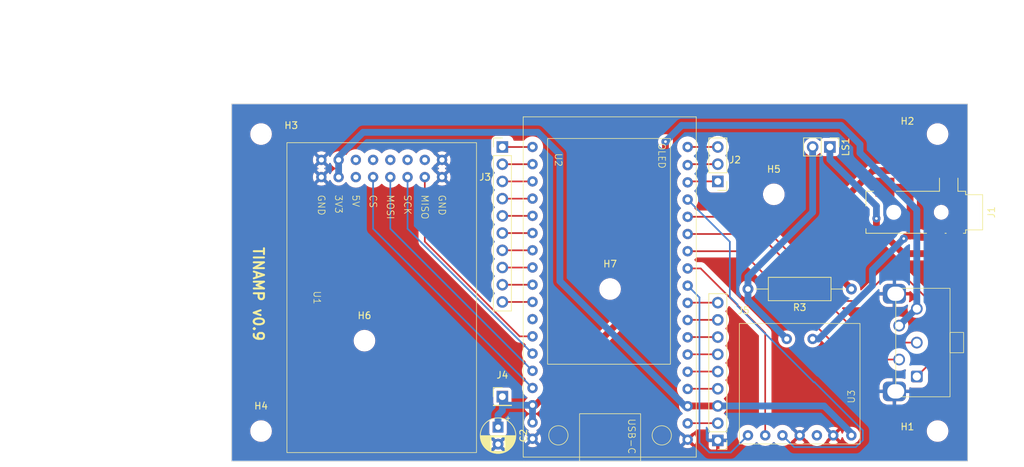
<source format=kicad_pcb>
(kicad_pcb (version 20221018) (generator pcbnew)
  (layers (0 "F.Cu" signal) (31 "B.Cu" signal) (34 "B.Paste" user) (35 "F.Paste" user) (36 "B.SilkS" user "B.Silkscreen") (37 "F.SilkS" user "F.Silkscreen") (38 "B.Mask" user) (39 "F.Mask" user) (44 "Edge.Cuts" user))
  (net 0 "")
  (net 3 "Net-(U3-SP+)")
  (net 4 "Net-(LS1-Pin_1)")
  (net 5 "Net-(LS1-Pin_2)")
  (net 6 "Net-(J2-Pin_1)")
  (net 7 "GND")
  (net 8 "Net-(U2-20)")
  (net 9 "Net-(J2-Pin_2)")
  (net 10 "Net-(J2-Pin_3)")
  (net 12 "Net-(J3-Pin_1)")
  (net 13 "Net-(J3-Pin_2)")
  (net 14 "Net-(J3-Pin_3)")
  (net 15 "Net-(J3-Pin_4)")
  (net 16 "Net-(J3-Pin_5)")
  (net 17 "Net-(J3-Pin_6)")
  (net 18 "Net-(J3-Pin_7)")
  (net 19 "Net-(J3-Pin_8)")
  (net 20 "Net-(J3-Pin_9)")
  (net 21 "Net-(U2-19)")
  (net 22 "Net-(U2-4)")
  (net 23 "Net-(U2-33)")
  (net 24 "Net-(U2-47)")
  (net 25 "Net-(U2-48)")
  (net 26 "Net-(U2-26)")
  (net 29 "Net-(J3-Pin_10)")
  (net 30 "VCC")
  (net 35 "Net-(U2-5)")
  (net 36 "Net-(U2-6)")
  (net 37 "Net-(U2-7)")
  (net 38 "Net-(J5-Pin_2)")
  (net 39 "Net-(J5-Pin_3)")
  (net 40 "Net-(J5-Pin_4)")
  (net 41 "Net-(J1-PadS)")
  (net 42 "Net-(J5-Pin_5)")
  (net 43 "Net-(J5-Pin_6)")
  (net 44 "Net-(J5-Pin_7)")
  (net 45 "Net-(J5-Pin_8)")
  (net 46 "Net-(J5-Pin_9)")
  (footprint "components:MAX98357A_BREAKOUT" (layer "F.Cu") (at 120.015 124.46 90)
    (fp_text reference "U3" (at 6.985 16.51 90 unlocked) (layer "F.SilkS") (effects (font (thickness 0.1))))
    (fp_text value "~")
    (fp_rect (start 0 0) (end 17.78 17.78) (stroke (width 0.1)) (fill none) (layer "F.SilkS"))
    (pad "1" thru_hole circle (at 1.27 1.27 90) (size 1.524 1.524) (drill 0.762) (layers "*.Cu" "*.Mask") (net 8 "Net-(U2-20)"))
    (pad "2" thru_hole circle (at 1.27 3.81 90) (size 1.524 1.524) (drill 0.762) (layers "*.Cu" "*.Mask") (net 21 "Net-(U2-19)"))
    (pad "3" thru_hole circle (at 1.27 6.35 90) (size 1.524 1.524) (drill 0.762) (layers "*.Cu" "*.Mask") (net 22 "Net-(U2-4)"))
    (pad "4" thru_hole circle (at 1.27 8.89 90) (size 1.524 1.524) (drill 0.762) (layers "*.Cu" "*.Mask") (net 7 "GND"))
    (pad "5" thru_hole circle (at 1.27 11.43 90) (size 1.524 1.524) (drill 0.762) (layers "*.Cu" "*.Mask"))
    (pad "6" thru_hole circle (at 1.27 13.843 90) (size 1.524 1.524) (drill 0.762) (layers "*.Cu" "*.Mask") (net 7 "GND"))
    (pad "7" thru_hole circle (at 1.27 16.51 90) (size 1.524 1.524) (drill 0.762) (layers "*.Cu" "*.Mask") (net 39 "Net-(J5-Pin_3)"))
    (pad "8" thru_hole circle (at 15.494 6.985 90) (size 1.524 1.524) (drill 0.762) (layers "*.Cu" "*.Mask") (net 5 "Net-(LS1-Pin_2)"))
    (pad "9" thru_hole circle (at 15.494 10.795 90) (size 1.524 1.524) (drill 0.762) (layers "*.Cu" "*.Mask") (net 3 "Net-(U3-SP+)"))
  )
  (footprint "MountingHole:MountingHole_2.7mm" (layer "F.Cu") (at 125.095 87.63)
    (fp_text reference "H5" (at 0 -3.7) (layer "F.SilkS"))
    (fp_text value "MountingHole")
    (pad "" np_thru_hole circle (at 0 0) (size 2.7 2.7) (drill 2.7) (layers "*.Cu" "*.Mask"))
  )
  (footprint "Connector_Audio:Jack_3.5mm_CUI_SJ2-3593D-SMT_Horizontal" (layer "F.Cu") (at 147.265 90.28 -90)
    (fp_text reference "J1" (at 0 -9.9 90) (layer "F.SilkS"))
    (fp_text value "AudioJack3_SwitchTR")
    (fp_line (start -3.1 -6.1) (end -2.6 -6.1) (stroke (width 0.12)) (layer "F.SilkS"))
    (fp_line (start -3.1 -4.96) (end -5.04 -4.96) (stroke (width 0.12)) (layer "F.SilkS"))
    (fp_line (start -3.1 -4.96) (end -3.1 -6.1) (stroke (width 0.12)) (layer "F.SilkS"))
    (fp_line (start -3.1 -2.24) (end -5.04 -2.24) (stroke (width 0.12)) (layer "F.SilkS"))
    (fp_line (start -3.1 4.14) (end -3.1 -2.24) (stroke (width 0.12)) (layer "F.SilkS"))
    (fp_line (start -3.1 8.6) (end -3.1 7.46) (stroke (width 0.12)) (layer "F.SilkS"))
    (fp_line (start -2.6 -8.6) (end 2.6 -8.6) (stroke (width 0.12)) (layer "F.SilkS"))
    (fp_line (start -2.6 -6.1) (end -2.6 -8.6) (stroke (width 0.12)) (layer "F.SilkS"))
    (fp_line (start -0.91 8.6) (end -3.1 8.6) (stroke (width 0.12)) (layer "F.SilkS"))
    (fp_line (start 2.6 -8.6) (end 2.6 -6.1) (stroke (width 0.12)) (layer "F.SilkS"))
    (fp_line (start 2.6 -6.1) (end 3.1 -6.1) (stroke (width 0.12)) (layer "F.SilkS"))
    (fp_line (start 3.1 -6.1) (end 3.1 -5.76) (stroke (width 0.12)) (layer "F.SilkS"))
    (fp_line (start 3.1 -3.24) (end 3.1 -3.06) (stroke (width 0.12)) (layer "F.SilkS"))
    (fp_line (start 3.1 -0.34) (end 3.1 8.6) (stroke (width 0.12)) (layer "F.SilkS"))
    (fp_line (start 3.1 8.6) (end 2.41 8.6) (stroke (width 0.12)) (layer "F.SilkS"))
    (pad "" np_thru_hole circle (at 0 -2.5 270) (size 1.7 1.7) (drill 1.7) (layers "*.Cu" "*.Mask"))
    (pad "" np_thru_hole circle (at 0 4.5 270) (size 1.7 1.7) (drill 1.7) (layers "*.Cu" "*.Mask"))
    (pad "R" smd rect (at 3.7 -1.7 270) (size 2.8 2.2) (layers "F.Cu" "F.Paste" "F.Mask") (net 3 "Net-(U3-SP+)"))
    (pad "RN" smd rect (at 3.7 -4.5 270) (size 2.8 2) (layers "F.Cu" "F.Paste" "F.Mask") (net 4 "Net-(LS1-Pin_1)"))
    (pad "S" smd rect (at -3.7 -3.6 270) (size 2.8 2.2) (layers "F.Cu" "F.Paste" "F.Mask") (net 41 "Net-(J1-PadS)"))
    (pad "T" smd rect (at -3.7 5.8 270) (size 2.8 2.8) (layers "F.Cu" "F.Paste" "F.Mask") (net 3 "Net-(U3-SP+)"))
    (pad "TN" smd rect (at 0.75 9.8 270) (size 2.8 2.6) (layers "F.Cu" "F.Paste" "F.Mask"))
  )
  (footprint "MountingHole:MountingHole_2.7mm" (layer "F.Cu") (at 64.77 109.22)
    (fp_text reference "H6" (at 0 -3.7) (layer "F.SilkS"))
    (fp_text value "MountingHole")
    (pad "" np_thru_hole circle (at 0 0) (size 2.7 2.7) (drill 2.7) (layers "*.Cu" "*.Mask"))
  )
  (footprint "Connector_PinHeader_2.54mm:PinHeader_1x01_P2.54mm_Vertical" (layer "F.Cu") (at 85.09 117.475)
    (fp_text reference "J4" (at 0 -3.175) (layer "F.SilkS"))
    (fp_text value "Conn_01x01_Pin" hide)
    (fp_line (start -1.33 -1.33) (end 0 -1.33) (stroke (width 0.12)) (layer "F.SilkS"))
    (fp_line (start -1.33 0) (end -1.33 -1.33) (stroke (width 0.12)) (layer "F.SilkS"))
    (fp_line (start -1.33 1.27) (end -1.33 1.33) (stroke (width 0.12)) (layer "F.SilkS"))
    (fp_line (start -1.33 1.27) (end 1.33 1.27) (stroke (width 0.12)) (layer "F.SilkS"))
    (fp_line (start -1.33 1.33) (end 1.33 1.33) (stroke (width 0.12)) (layer "F.SilkS"))
    (fp_line (start 1.33 1.27) (end 1.33 1.33) (stroke (width 0.12)) (layer "F.SilkS"))
    (pad "1" thru_hole rect (at 0 0) (size 1.7 1.7) (drill 1) (layers "*.Cu" "*.Mask") (net 30 "VCC"))
  )
  (footprint "components:PEC16" (layer "F.Cu") (at 153.225 118.6075)
    (fp_text reference "U4" hide)
    (fp_text value "~")
    (fp_rect (start -10.16 -17.105) (end -2.16 -1.105) (stroke (width 0.1)) (fill none) (layer "F.SilkS"))
    (fp_rect (start -2.16 -10.605) (end -0.16 -7.605) (stroke (width 0.1)) (fill none) (layer "F.SilkS"))
    (pad "A" thru_hole roundrect (at -7.06 -4.105 90) (size 1.724 1.724) (drill 1.2) (layers "*.Cu" "*.Mask") (roundrect_rratio 0.1640419948) (net 35 "Net-(U2-5)"))
    (pad "B" thru_hole circle (at -7.06 -9.105 90) (size 1.724 1.724) (drill 1.2) (layers "*.Cu" "*.Mask") (net 36 "Net-(U2-6)"))
    (pad "C" thru_hole circle (at -7.06 -14.105 90) (size 1.724 1.724) (drill 1.2) (layers "*.Cu" "*.Mask") (net 30 "VCC"))
    (pad "S1" thru_hole circle (at -9.66 -6.605 90) (size 1.724 1.724) (drill 1.2) (layers "*.Cu" "*.Mask") (net 37 "Net-(U2-7)"))
    (pad "S2" thru_hole circle (at -9.66 -11.605 90) (size 1.724 1.724) (drill 1.2) (layers "*.Cu" "*.Mask") (net 30 "VCC"))
    (pad "SH" thru_hole roundrect (at -10.16 -16.305 180) (size 3.4 2.9) (drill oval 2.5 2.1 (offset 0.2 0)) (layers "*.Cu" "*.Mask") (net 7 "GND"))
    (pad "SH" thru_hole roundrect (at -10.16 -1.905 180) (size 3.4 2.9) (drill oval 2.5 2.1 (offset 0.2 0)) (layers "*.Cu" "*.Mask") (net 7 "GND"))
  )
  (footprint "Connector_PinHeader_2.54mm:PinHeader_1x02_P2.54mm_Vertical" (layer "F.Cu") (at 133.355 80.645 -90)
    (fp_text reference "LS1" (at 0 -2.33 90) (layer "F.SilkS"))
    (fp_text value "Speaker")
    (fp_line (start -1.33 -1.33) (end 0 -1.33) (stroke (width 0.12)) (layer "F.SilkS"))
    (fp_line (start -1.33 0) (end -1.33 -1.33) (stroke (width 0.12)) (layer "F.SilkS"))
    (fp_line (start -1.33 1.27) (end -1.33 3.87) (stroke (width 0.12)) (layer "F.SilkS"))
    (fp_line (start -1.33 1.27) (end 1.33 1.27) (stroke (width 0.12)) (layer "F.SilkS"))
    (fp_line (start -1.33 3.87) (end 1.33 3.87) (stroke (width 0.12)) (layer "F.SilkS"))
    (fp_line (start 1.33 1.27) (end 1.33 3.87) (stroke (width 0.12)) (layer "F.SilkS"))
    (pad "1" thru_hole rect (at 0 0 270) (size 1.7 1.7) (drill 1) (layers "*.Cu" "*.Mask") (net 4 "Net-(LS1-Pin_1)"))
    (pad "2" thru_hole oval (at 0 2.54 270) (size 1.7 1.7) (drill 1) (layers "*.Cu" "*.Mask") (net 5 "Net-(LS1-Pin_2)"))
  )
  (footprint "MountingHole:MountingHole_2.7mm" (layer "F.Cu") (at 100.965 101.6)
    (fp_text reference "H7" (at 0 -3.7) (layer "F.SilkS"))
    (fp_text value "MountingHole")
    (pad "" np_thru_hole circle (at 0 0) (size 2.7 2.7) (drill 2.7) (layers "*.Cu" "*.Mask"))
  )
  (footprint "Resistor_THT:R_Axial_DIN0309_L9.0mm_D3.2mm_P15.24mm_Horizontal" (layer "F.Cu") (at 136.525 101.6 180)
    (fp_text reference "R3" (at 7.62 -2.72) (layer "F.SilkS"))
    (fp_text value "120")
    (fp_line (start 1.04 0) (end 3 0) (stroke (width 0.12)) (layer "F.SilkS"))
    (fp_line (start 3 -1.72) (end 3 1.72) (stroke (width 0.12)) (layer "F.SilkS"))
    (fp_line (start 3 1.72) (end 12.24 1.72) (stroke (width 0.12)) (layer "F.SilkS"))
    (fp_line (start 12.24 -1.72) (end 3 -1.72) (stroke (width 0.12)) (layer "F.SilkS"))
    (fp_line (start 12.24 1.72) (end 12.24 -1.72) (stroke (width 0.12)) (layer "F.SilkS"))
    (fp_line (start 14.2 0) (end 12.24 0) (stroke (width 0.12)) (layer "F.SilkS"))
    (pad "1" thru_hole circle (at 0 0 180) (size 1.6 1.6) (drill 0.8) (layers "*.Cu" "*.Mask") (net 41 "Net-(J1-PadS)"))
    (pad "2" thru_hole oval (at 15.24 0 180) (size 1.6 1.6) (drill 0.8) (layers "*.Cu" "*.Mask") (net 5 "Net-(LS1-Pin_2)"))
  )
  (footprint "MountingHole:MountingHole_2.7mm" (layer "F.Cu") (at 149.225 78.74)
    (fp_text reference "H2" (at -4.445 -1.905) (layer "F.SilkS"))
    (fp_text value "MountingHole")
    (pad "" np_thru_hole circle (at 0 0) (size 2.7 2.7) (drill 2.7) (layers "*.Cu" "*.Mask"))
  )
  (footprint "components:Heltec WiFi Kit32 V3" (layer "F.Cu") (at 113.665 76.2 -90)
    (fp_text reference "U2" (at 6.35 20.32 -90 unlocked) (layer "F.SilkS") (effects (font (thickness 0.1))))
    (fp_text value "~")
    (fp_text user "USB-C" (at 44.45 9.525 -90 unlocked) (layer "F.SilkS") (effects (font (thickness 0.1)) (justify left)))
    (fp_text user "OLED" (at 3.81 5.08 -90 unlocked) (layer "F.SilkS") (effects (font (thickness 0.1)) (justify left)))
    (fp_line (start 0 0) (end 0 25.5) (stroke (width 0.1)) (layer "F.SilkS"))
    (fp_line (start 0 0) (end 50.2 0) (stroke (width 0.1)) (layer "F.SilkS"))
    (fp_line (start 0 25.5) (end 50.2 25.5) (stroke (width 0.1)) (layer "F.SilkS"))
    (fp_line (start 50.2 25.5) (end 50.2 0) (stroke (width 0.1)) (layer "F.SilkS"))
    (fp_line (start 50.8 25.4) (end 50.8 25.4) (stroke (width 0.1)) (layer "F.SilkS"))
    (fp_rect (start 3.2 3.81) (end 36.5 21.91) (stroke (width 0.1)) (fill none) (layer "F.SilkS"))
    (fp_rect (start 21.59 -48.26) (end 21.59 -48.26) (stroke (width 0.1)) (fill none) (layer "F.SilkS"))
    (fp_rect (start 43.8 17.2) (end 50.8 8.2) (stroke (width 0.1)) (fill none) (layer "F.SilkS"))
    (fp_circle (center 46.99 5.08) (end 48.26 5.715) (stroke (width 0.1)) (fill none) (layer "F.SilkS"))
    (fp_circle (center 46.99 20.32) (end 48.26 20.955) (stroke (width 0.1)) (fill none) (layer "F.SilkS"))
    (pad "J2_1" thru_hole circle (at 47.625 1.27 270) (size 1.524 1.524) (drill 0.762) (layers "*.Cu" "*.Mask") (net 7 "GND"))
    (pad "J2_2" thru_hole circle (at 45.225 1.27 270) (size 1.524 1.524) (drill 0.762) (layers "*.Cu" "*.Mask") (net 38 "Net-(J5-Pin_2)"))
    (pad "J2_3" thru_hole circle (at 42.685 1.27 270) (size 1.524 1.524) (drill 0.762) (layers "*.Cu" "*.Mask") (net 39 "Net-(J5-Pin_3)"))
    (pad "J2_4" thru_hole circle (at 40.145 1.27 270) (size 1.524 1.524) (drill 0.762) (layers "*.Cu" "*.Mask") (net 40 "Net-(J5-Pin_4)"))
    (pad "J2_5" thru_hole circle (at 37.605 1.27 270) (size 1.524 1.524) (drill 0.762) (layers "*.Cu" "*.Mask") (net 42 "Net-(J5-Pin_5)"))
    (pad "J2_6" thru_hole circle (at 35.065 1.27 270) (size 1.524 1.524) (drill 0.762) (layers "*.Cu" "*.Mask") (net 43 "Net-(J5-Pin_6)"))
    (pad "J2_7" thru_hole circle (at 32.525 1.27 270) (size 1.524 1.524) (drill 0.762) (layers "*.Cu" "*.Mask") (net 44 "Net-(J5-Pin_7)"))
    (pad "J2_8" thru_hole circle (at 29.985 1.27 270) (size 1.524 1.524) (drill 0.762) (layers "*.Cu" "*.Mask") (net 45 "Net-(J5-Pin_8)"))
    (pad "J2_9" thru_hole circle (at 27.445 1.27 270) (size 1.524 1.524) (drill 0.762) (layers "*.Cu" "*.Mask") (net 46 "Net-(J5-Pin_9)"))
    (pad "J2_10" thru_hole circle (at 24.905 1.27 270) (size 1.524 1.524) (drill 0.762) (layers "*.Cu" "*.Mask") (net 8 "Net-(U2-20)"))
    (pad "J2_11" thru_hole circle (at 22.365 1.27 270) (size 1.524 1.524) (drill 0.762) (layers "*.Cu" "*.Mask") (net 21 "Net-(U2-19)"))
    (pad "J2_12" thru_hole circle (at 19.825 1.27 270) (size 1.524 1.524) (drill 0.762) (layers "*.Cu" "*.Mask") (net 37 "Net-(U2-7)"))
    (pad "J2_13" thru_hole circle (at 17.285 1.27 270) (size 1.524 1.524) (drill 0.762) (layers "*.Cu" "*.Mask") (net 36 "Net-(U2-6)"))
    (pad "J2_14" thru_hole circle (at 14.745 1.27 270) (size 1.524 1.524) (drill 0.762) (layers "*.Cu" "*.Mask") (net 35 "Net-(U2-5)"))
    (pad "J2_15" thru_hole circle (at 12.205 1.27 270) (size 1.524 1.524) (drill 0.762) (layers "*.Cu" "*.Mask") (net 22 "Net-(U2-4)"))
    (pad "J2_16" thru_hole circle (at 9.665 1.27 270) (size 1.524 1.524) (drill 0.762) (layers "*.Cu" "*.Mask") (net 6 "Net-(J2-Pin_1)"))
    (pad "J2_17" thru_hole circle (at 7.125 1.27 270) (size 1.524 1.524) (drill 0.762) (layers "*.Cu" "*.Mask") (net 9 "Net-(J2-Pin_2)"))
    (pad "J2_18" thru_hole circle (at 4.445 1.27 270) (size 1.524 1.524) (drill 0.762) (layers "*.Cu" "*.Mask") (net 10 "Net-(J2-Pin_3)"))
    (pad "J3_1" thru_hole circle (at 47.485 24.13 270) (size 1.524 1.524) (drill 0.762) (layers "*.Cu" "*.Mask") (net 7 "GND"))
    (pad "J3_2" thru_hole circle (at 45.085 24.13 270) (size 1.524 1.524) (drill 0.762) (layers "*.Cu" "*.Mask") (net 30 "VCC"))
    (pad "J3_3" thru_hole circle (at 42.545 24.13 270) (size 1.524 1.524) (drill 0.762) (layers "*.Cu" "*.Mask") (net 30 "VCC"))
    (pad "J3_4" thru_hole circle (at 40.005 24.13 270) (size 1.524 1.524) (drill 0.762) (layers "*.Cu" "*.Mask") (net 26 "Net-(U2-26)"))
    (pad "J3_5" thru_hole circle (at 37.465 24.13 270) (size 1.524 1.524) (drill 0.762) (layers "*.Cu" "*.Mask") (net 25 "Net-(U2-48)"))
    (pad "J3_6" thru_hole circle (at 34.925 24.13 270) (size 1.524 1.524) (drill 0.762) (layers "*.Cu" "*.Mask") (net 24 "Net-(U2-47)"))
    (pad "J3_7" thru_hole circle (at 32.385 24.13 270) (size 1.524 1.524) (drill 0.762) (layers "*.Cu" "*.Mask") (net 23 "Net-(U2-33)"))
    (pad "J3_8" thru_hole circle (at 29.845 24.13 270) (size 1.524 1.524) (drill 0.762) (layers "*.Cu" "*.Mask"))
    (pad "J3_9" thru_hole circle (at 27.305 24.13 270) (size 1.524 1.524) (drill 0.762) (layers "*.Cu" "*.Mask") (net 29 "Net-(J3-Pin_10)"))
    (pad "J3_10" thru_hole circle (at 24.765 24.13 270) (size 1.524 1.524) (drill 0.762) (layers "*.Cu" "*.Mask") (net 20 "Net-(J3-Pin_9)"))
    (pad "J3_11" thru_hole circle (at 22.225 24.13 270) (size 1.524 1.524) (drill 0.762) (layers "*.Cu" "*.Mask") (net 19 "Net-(J3-Pin_8)"))
    (pad "J3_12" thru_hole circle (at 19.685 24.13 270) (size 1.524 1.524) (drill 0.762) (layers "*.Cu" "*.Mask") (net 18 "Net-(J3-Pin_7)"))
    (pad "J3_13" thru_hole circle (at 17.145 24.13 270) (size 1.524 1.524) (drill 0.762) (layers "*.Cu" "*.Mask") (net 17 "Net-(J3-Pin_6)"))
    (pad "J3_14" thru_hole circle (at 14.605 24.13 270) (size 1.524 1.524) (drill 0.762) (layers "*.Cu" "*.Mask") (net 16 "Net-(J3-Pin_5)"))
    (pad "J3_15" thru_hole circle (at 12.065 24.13 270) (size 1.524 1.524) (drill 0.762) (layers "*.Cu" "*.Mask") (net 15 "Net-(J3-Pin_4)"))
    (pad "J3_16" thru_hole circle (at 9.525 24.13 270) (size 1.524 1.524) (drill 0.762) (layers "*.Cu" "*.Mask") (net 14 "Net-(J3-Pin_3)"))
    (pad "J3_17" thru_hole circle (at 6.985 24.13 270) (size 1.524 1.524) (drill 0.762) (layers "*.Cu" "*.Mask") (net 13 "Net-(J3-Pin_2)"))
    (pad "J3_18" thru_hole circle (at 4.445 24.13 270) (size 1.524 1.524) (drill 0.762) (layers "*.Cu" "*.Mask") (net 12 "Net-(J3-Pin_1)"))
  )
  (footprint "Capacitor_THT:CP_Radial_D5.0mm_P2.50mm" (layer "F.Cu") (at 84.455 121.9849 -90)
    (fp_text reference "C2" (at 1.25 -3.75 90) (layer "F.SilkS"))
    (fp_text value "22µF tantal")
    (fp_line (start -1.554775 -1.475) (end -1.054775 -1.475) (stroke (width 0.12)) (layer "F.SilkS"))
    (fp_line (start -1.304775 -1.725) (end -1.304775 -1.225) (stroke (width 0.12)) (layer "F.SilkS"))
    (fp_line (start 1.25 -2.58) (end 1.25 2.58) (stroke (width 0.12)) (layer "F.SilkS"))
    (fp_line (start 1.29 -2.58) (end 1.29 2.58) (stroke (width 0.12)) (layer "F.SilkS"))
    (fp_line (start 1.33 -2.579) (end 1.33 2.579) (stroke (width 0.12)) (layer "F.SilkS"))
    (fp_line (start 1.37 -2.578) (end 1.37 2.578) (stroke (width 0.12)) (layer "F.SilkS"))
    (fp_line (start 1.41 -2.576) (end 1.41 2.576) (stroke (width 0.12)) (layer "F.SilkS"))
    (fp_line (start 1.45 -2.573) (end 1.45 2.573) (stroke (width 0.12)) (layer "F.SilkS"))
    (fp_line (start 1.49 -2.569) (end 1.49 -1.04) (stroke (width 0.12)) (layer "F.SilkS"))
    (fp_line (start 1.49 1.04) (end 1.49 2.569) (stroke (width 0.12)) (layer "F.SilkS"))
    (fp_line (start 1.53 -2.565) (end 1.53 -1.04) (stroke (width 0.12)) (layer "F.SilkS"))
    (fp_line (start 1.53 1.04) (end 1.53 2.565) (stroke (width 0.12)) (layer "F.SilkS"))
    (fp_line (start 1.57 -2.561) (end 1.57 -1.04) (stroke (width 0.12)) (layer "F.SilkS"))
    (fp_line (start 1.57 1.04) (end 1.57 2.561) (stroke (width 0.12)) (layer "F.SilkS"))
    (fp_line (start 1.61 -2.556) (end 1.61 -1.04) (stroke (width 0.12)) (layer "F.SilkS"))
    (fp_line (start 1.61 1.04) (end 1.61 2.556) (stroke (width 0.12)) (layer "F.SilkS"))
    (fp_line (start 1.65 -2.55) (end 1.65 -1.04) (stroke (width 0.12)) (layer "F.SilkS"))
    (fp_line (start 1.65 1.04) (end 1.65 2.55) (stroke (width 0.12)) (layer "F.SilkS"))
    (fp_line (start 1.69 -2.543) (end 1.69 -1.04) (stroke (width 0.12)) (layer "F.SilkS"))
    (fp_line (start 1.69 1.04) (end 1.69 2.543) (stroke (width 0.12)) (layer "F.SilkS"))
    (fp_line (start 1.73 -2.536) (end 1.73 -1.04) (stroke (width 0.12)) (layer "F.SilkS"))
    (fp_line (start 1.73 1.04) (end 1.73 2.536) (stroke (width 0.12)) (layer "F.SilkS"))
    (fp_line (start 1.77 -2.528) (end 1.77 -1.04) (stroke (width 0.12)) (layer "F.SilkS"))
    (fp_line (start 1.77 1.04) (end 1.77 2.528) (stroke (width 0.12)) (layer "F.SilkS"))
    (fp_line (start 1.81 -2.52) (end 1.81 -1.04) (stroke (width 0.12)) (layer "F.SilkS"))
    (fp_line (start 1.81 1.04) (end 1.81 2.52) (stroke (width 0.12)) (layer "F.SilkS"))
    (fp_line (start 1.85 -2.511) (end 1.85 -1.04) (stroke (width 0.12)) (layer "F.SilkS"))
    (fp_line (start 1.85 1.04) (end 1.85 2.511) (stroke (width 0.12)) (layer "F.SilkS"))
    (fp_line (start 1.89 -2.501) (end 1.89 -1.04) (stroke (width 0.12)) (layer "F.SilkS"))
    (fp_line (start 1.89 1.04) (end 1.89 2.501) (stroke (width 0.12)) (layer "F.SilkS"))
    (fp_line (start 1.93 -2.491) (end 1.93 -1.04) (stroke (width 0.12)) (layer "F.SilkS"))
    (fp_line (start 1.93 1.04) (end 1.93 2.491) (stroke (width 0.12)) (layer "F.SilkS"))
    (fp_line (start 1.971 -2.48) (end 1.971 -1.04) (stroke (width 0.12)) (layer "F.SilkS"))
    (fp_line (start 1.971 1.04) (end 1.971 2.48) (stroke (width 0.12)) (layer "F.SilkS"))
    (fp_line (start 2.011 -2.468) (end 2.011 -1.04) (stroke (width 0.12)) (layer "F.SilkS"))
    (fp_line (start 2.011 1.04) (end 2.011 2.468) (stroke (width 0.12)) (layer "F.SilkS"))
    (fp_line (start 2.051 -2.455) (end 2.051 -1.04) (stroke (width 0.12)) (layer "F.SilkS"))
    (fp_line (start 2.051 1.04) (end 2.051 2.455) (stroke (width 0.12)) (layer "F.SilkS"))
    (fp_line (start 2.091 -2.442) (end 2.091 -1.04) (stroke (width 0.12)) (layer "F.SilkS"))
    (fp_line (start 2.091 1.04) (end 2.091 2.442) (stroke (width 0.12)) (layer "F.SilkS"))
    (fp_line (start 2.131 -2.428) (end 2.131 -1.04) (stroke (width 0.12)) (layer "F.SilkS"))
    (fp_line (start 2.131 1.04) (end 2.131 2.428) (stroke (width 0.12)) (layer "F.SilkS"))
    (fp_line (start 2.171 -2.414) (end 2.171 -1.04) (stroke (width 0.12)) (layer "F.SilkS"))
    (fp_line (start 2.171 1.04) (end 2.171 2.414) (stroke (width 0.12)) (layer "F.SilkS"))
    (fp_line (start 2.211 -2.398) (end 2.211 -1.04) (stroke (width 0.12)) (layer "F.SilkS"))
    (fp_line (start 2.211 1.04) (end 2.211 2.398) (stroke (width 0.12)) (layer "F.SilkS"))
    (fp_line (start 2.251 -2.382) (end 2.251 -1.04) (stroke (width 0.12)) (layer "F.SilkS"))
    (fp_line (start 2.251 1.04) (end 2.251 2.382) (stroke (width 0.12)) (layer "F.SilkS"))
    (fp_line (start 2.291 -2.365) (end 2.291 -1.04) (stroke (width 0.12)) (layer "F.SilkS"))
    (fp_line (start 2.291 1.04) (end 2.291 2.365) (stroke (width 0.12)) (layer "F.SilkS"))
    (fp_line (start 2.331 -2.348) (end 2.331 -1.04) (stroke (width 0.12)) (layer "F.SilkS"))
    (fp_line (start 2.331 1.04) (end 2.331 2.348) (stroke (width 0.12)) (layer "F.SilkS"))
    (fp_line (start 2.371 -2.329) (end 2.371 -1.04) (stroke (width 0.12)) (layer "F.SilkS"))
    (fp_line (start 2.371 1.04) (end 2.371 2.329) (stroke (width 0.12)) (layer "F.SilkS"))
    (fp_line (start 2.411 -2.31) (end 2.411 -1.04) (stroke (width 0.12)) (layer "F.SilkS"))
    (fp_line (start 2.411 1.04) (end 2.411 2.31) (stroke (width 0.12)) (layer "F.SilkS"))
    (fp_line (start 2.451 -2.29) (end 2.451 -1.04) (stroke (width 0.12)) (layer "F.SilkS"))
    (fp_line (start 2.451 1.04) (end 2.451 2.29) (stroke (width 0.12)) (layer "F.SilkS"))
    (fp_line (start 2.491 -2.268) (end 2.491 -1.04) (stroke (width 0.12)) (layer "F.SilkS"))
    (fp_line (start 2.491 1.04) (end 2.491 2.268) (stroke (width 0.12)) (layer "F.SilkS"))
    (fp_line (start 2.531 -2.247) (end 2.531 -1.04) (stroke (width 0.12)) (layer "F.SilkS"))
    (fp_line (start 2.531 1.04) (end 2.531 2.247) (stroke (width 0.12)) (layer "F.SilkS"))
    (fp_line (start 2.571 -2.224) (end 2.571 -1.04) (stroke (width 0.12)) (layer "F.SilkS"))
    (fp_line (start 2.571 1.04) (end 2.571 2.224) (stroke (width 0.12)) (layer "F.SilkS"))
    (fp_line (start 2.611 -2.2) (end 2.611 -1.04) (stroke (width 0.12)) (layer "F.SilkS"))
    (fp_line (start 2.611 1.04) (end 2.611 2.2) (stroke (width 0.12)) (layer "F.SilkS"))
    (fp_line (start 2.651 -2.175) (end 2.651 -1.04) (stroke (width 0.12)) (layer "F.SilkS"))
    (fp_line (start 2.651 1.04) (end 2.651 2.175) (stroke (width 0.12)) (layer "F.SilkS"))
    (fp_line (start 2.691 -2.149) (end 2.691 -1.04) (stroke (width 0.12)) (layer "F.SilkS"))
    (fp_line (start 2.691 1.04) (end 2.691 2.149) (stroke (width 0.12)) (layer "F.SilkS"))
    (fp_line (start 2.731 -2.122) (end 2.731 -1.04) (stroke (width 0.12)) (layer "F.SilkS"))
    (fp_line (start 2.731 1.04) (end 2.731 2.122) (stroke (width 0.12)) (layer "F.SilkS"))
    (fp_line (start 2.771 -2.095) (end 2.771 -1.04) (stroke (width 0.12)) (layer "F.SilkS"))
    (fp_line (start 2.771 1.04) (end 2.771 2.095) (stroke (width 0.12)) (layer "F.SilkS"))
    (fp_line (start 2.811 -2.065) (end 2.811 -1.04) (stroke (width 0.12)) (layer "F.SilkS"))
    (fp_line (start 2.811 1.04) (end 2.811 2.065) (stroke (width 0.12)) (layer "F.SilkS"))
    (fp_line (start 2.851 -2.035) (end 2.851 -1.04) (stroke (width 0.12)) (layer "F.SilkS"))
    (fp_line (start 2.851 1.04) (end 2.851 2.035) (stroke (width 0.12)) (layer "F.SilkS"))
    (fp_line (start 2.891 -2.004) (end 2.891 -1.04) (stroke (width 0.12)) (layer "F.SilkS"))
    (fp_line (start 2.891 1.04) (end 2.891 2.004) (stroke (width 0.12)) (layer "F.SilkS"))
    (fp_line (start 2.931 -1.971) (end 2.931 -1.04) (stroke (width 0.12)) (layer "F.SilkS"))
    (fp_line (start 2.931 1.04) (end 2.931 1.971) (stroke (width 0.12)) (layer "F.SilkS"))
    (fp_line (start 2.971 -1.937) (end 2.971 -1.04) (stroke (width 0.12)) (layer "F.SilkS"))
    (fp_line (start 2.971 1.04) (end 2.971 1.937) (stroke (width 0.12)) (layer "F.SilkS"))
    (fp_line (start 3.011 -1.901) (end 3.011 -1.04) (stroke (width 0.12)) (layer "F.SilkS"))
    (fp_line (start 3.011 1.04) (end 3.011 1.901) (stroke (width 0.12)) (layer "F.SilkS"))
    (fp_line (start 3.051 -1.864) (end 3.051 -1.04) (stroke (width 0.12)) (layer "F.SilkS"))
    (fp_line (start 3.051 1.04) (end 3.051 1.864) (stroke (width 0.12)) (layer "F.SilkS"))
    (fp_line (start 3.091 -1.826) (end 3.091 -1.04) (stroke (width 0.12)) (layer "F.SilkS"))
    (fp_line (start 3.091 1.04) (end 3.091 1.826) (stroke (width 0.12)) (layer "F.SilkS"))
    (fp_line (start 3.131 -1.785) (end 3.131 -1.04) (stroke (width 0.12)) (layer "F.SilkS"))
    (fp_line (start 3.131 1.04) (end 3.131 1.785) (stroke (width 0.12)) (layer "F.SilkS"))
    (fp_line (start 3.171 -1.743) (end 3.171 -1.04) (stroke (width 0.12)) (layer "F.SilkS"))
    (fp_line (start 3.171 1.04) (end 3.171 1.743) (stroke (width 0.12)) (layer "F.SilkS"))
    (fp_line (start 3.211 -1.699) (end 3.211 -1.04) (stroke (width 0.12)) (layer "F.SilkS"))
    (fp_line (start 3.211 1.04) (end 3.211 1.699) (stroke (width 0.12)) (layer "F.SilkS"))
    (fp_line (start 3.251 -1.653) (end 3.251 -1.04) (stroke (width 0.12)) (layer "F.SilkS"))
    (fp_line (start 3.251 1.04) (end 3.251 1.653) (stroke (width 0.12)) (layer "F.SilkS"))
    (fp_line (start 3.291 -1.605) (end 3.291 -1.04) (stroke (width 0.12)) (layer "F.SilkS"))
    (fp_line (start 3.291 1.04) (end 3.291 1.605) (stroke (width 0.12)) (layer "F.SilkS"))
    (fp_line (start 3.331 -1.554) (end 3.331 -1.04) (stroke (width 0.12)) (layer "F.SilkS"))
    (fp_line (start 3.331 1.04) (end 3.331 1.554) (stroke (width 0.12)) (layer "F.SilkS"))
    (fp_line (start 3.371 -1.5) (end 3.371 -1.04) (stroke (width 0.12)) (layer "F.SilkS"))
    (fp_line (start 3.371 1.04) (end 3.371 1.5) (stroke (width 0.12)) (layer "F.SilkS"))
    (fp_line (start 3.411 -1.443) (end 3.411 -1.04) (stroke (width 0.12)) (layer "F.SilkS"))
    (fp_line (start 3.411 1.04) (end 3.411 1.443) (stroke (width 0.12)) (layer "F.SilkS"))
    (fp_line (start 3.451 -1.383) (end 3.451 -1.04) (stroke (width 0.12)) (layer "F.SilkS"))
    (fp_line (start 3.451 1.04) (end 3.451 1.383) (stroke (width 0.12)) (layer "F.SilkS"))
    (fp_line (start 3.491 -1.319) (end 3.491 -1.04) (stroke (width 0.12)) (layer "F.SilkS"))
    (fp_line (start 3.491 1.04) (end 3.491 1.319) (stroke (width 0.12)) (layer "F.SilkS"))
    (fp_line (start 3.531 -1.251) (end 3.531 -1.04) (stroke (width 0.12)) (layer "F.SilkS"))
    (fp_line (start 3.531 1.04) (end 3.531 1.251) (stroke (width 0.12)) (layer "F.SilkS"))
    (fp_line (start 3.571 -1.178) (end 3.571 1.178) (stroke (width 0.12)) (layer "F.SilkS"))
    (fp_line (start 3.611 -1.098) (end 3.611 1.098) (stroke (width 0.12)) (layer "F.SilkS"))
    (fp_line (start 3.651 -1.011) (end 3.651 1.011) (stroke (width 0.12)) (layer "F.SilkS"))
    (fp_line (start 3.691 -0.915) (end 3.691 0.915) (stroke (width 0.12)) (layer "F.SilkS"))
    (fp_line (start 3.731 -0.805) (end 3.731 0.805) (stroke (width 0.12)) (layer "F.SilkS"))
    (fp_line (start 3.771 -0.677) (end 3.771 0.677) (stroke (width 0.12)) (layer "F.SilkS"))
    (fp_line (start 3.811 -0.518) (end 3.811 0.518) (stroke (width 0.12)) (layer "F.SilkS"))
    (fp_line (start 3.851 -0.284) (end 3.851 0.284) (stroke (width 0.12)) (layer "F.SilkS"))
    (fp_circle (center 1.25 0) (end 3.87 0) (stroke (width 0.12)) (fill none) (layer "F.SilkS"))
    (pad "1" thru_hole rect (at 0 0 270) (size 1.6 1.6) (drill 0.8) (layers "*.Cu" "*.Mask") (net 30 "VCC"))
    (pad "2" thru_hole circle (at 2.5 0 270) (size 1.6 1.6) (drill 0.8) (layers "*.Cu" "*.Mask") (net 7 "GND"))
  )
  (footprint "components:SD_CARD_HOLDER_1" (layer "F.Cu") (at 53.34 102.87 -90)
    (fp_text reference "U1" (at 0 -4.445 -90 unlocked) (layer "F.SilkS") (effects (font (thickness 0.1))))
    (fp_text value "SD Card holder")
    (fp_text user "GND" (at -15.24 -5.08 -90 unlocked) (layer "F.SilkS") (effects (font (thickness 0.1)) (justify left)))
    (fp_text user "MOSI" (at -15.24 -15.24 -90 unlocked) (layer "F.SilkS") (effects (font (thickness 0.1)) (justify left)))
    (fp_text user "3V3" (at -15.24 -7.62 -90 unlocked) (layer "F.SilkS") (effects (font (thickness 0.1)) (justify left)))
    (fp_text user "GND" (at -15.24 -22.86 -90 unlocked) (layer "F.SilkS") (effects (font (thickness 0.1)) (justify left)))
    (fp_text user "MISO" (at -15.24 -20.32 -90 unlocked) (layer "F.SilkS") (effects (font (thickness 0.1)) (justify left)))
    (fp_text user "CS" (at -15.24 -12.7 -90 unlocked) (layer "F.SilkS") (effects (font (thickness 0.1)) (justify left)))
    (fp_text user "5V" (at -15.24 -10.16 -90 unlocked) (layer "F.SilkS") (effects (font (thickness 0.1)) (justify left)))
    (fp_text user "SCK" (at -15.24 -17.78 -90 unlocked) (layer "F.SilkS") (effects (font (thickness 0.1)) (justify left)))
    (fp_rect (start -22.86 -27.94) (end 22.86 0) (stroke (width 0.1)) (fill none) (layer "F.SilkS"))
    (pad "1" thru_hole circle (at -20.32 -22.86 270) (size 1.524 1.524) (drill 0.762) (layers "*.Cu" "*.Mask") (net 7 "GND"))
    (pad "2" thru_hole circle (at -17.78 -22.86 270) (size 1.524 1.524) (drill 0.762) (layers "*.Cu" "*.Mask") (net 7 "GND"))
    (pad "3" thru_hole circle (at -20.32 -20.32 270) (size 1.524 1.524) (drill 0.762) (layers "*.Cu" "*.Mask"))
    (pad "4" thru_hole circle (at -17.78 -20.32 270) (size 1.524 1.524) (drill 0.762) (layers "*.Cu" "*.Mask") (net 23 "Net-(U2-33)"))
    (pad "5" thru_hole circle (at -20.32 -17.78 270) (size 1.524 1.524) (drill 0.762) (layers "*.Cu" "*.Mask"))
    (pad "6" thru_hole circle (at -17.78 -17.78 270) (size 1.524 1.524) (drill 0.762) (layers "*.Cu" "*.Mask") (net 24 "Net-(U2-47)"))
    (pad "7" thru_hole circle (at -20.32 -15.24 270) (size 1.524 1.524) (drill 0.762) (layers "*.Cu" "*.Mask"))
    (pad "8" thru_hole circle (at -17.78 -15.24 270) (size 1.524 1.524) (drill 0.762) (layers "*.Cu" "*.Mask") (net 25 "Net-(U2-48)"))
    (pad "9" thru_hole circle (at -20.32 -12.7 270) (size 1.524 1.524) (drill 0.762) (layers "*.Cu" "*.Mask"))
    (pad "10" thru_hole circle (at -17.78 -12.7 270) (size 1.524 1.524) (drill 0.762) (layers "*.Cu" "*.Mask") (net 26 "Net-(U2-26)"))
    (pad "11" thru_hole circle (at -20.32 -10.16 270) (size 1.524 1.524) (drill 0.762) (layers "*.Cu" "*.Mask"))
    (pad "12" thru_hole circle (at -17.78 -10.16 270) (size 1.524 1.524) (drill 0.762) (layers "*.Cu" "*.Mask"))
    (pad "13" thru_hole circle (at -20.32 -7.62 270) (size 1.524 1.524) (drill 0.762) (layers "*.Cu" "*.Mask") (net 39 "Net-(J5-Pin_3)"))
    (pad "14" thru_hole circle (at -17.78 -7.62 270) (size 1.524 1.524) (drill 0.762) (layers "*.Cu" "*.Mask") (net 39 "Net-(J5-Pin_3)"))
    (pad "15" thru_hole circle (at -20.32 -5.08 270) (size 1.524 1.524) (drill 0.762) (layers "*.Cu" "*.Mask") (net 7 "GND"))
    (pad "16" thru_hole circle (at -17.78 -5.08 270) (size 1.524 1.524) (drill 0.762) (layers "*.Cu" "*.Mask") (net 7 "GND"))
  )
  (footprint "MountingHole:MountingHole_2.7mm" (layer "F.Cu") (at 49.53 78.74)
    (fp_text reference "H3" (at 4.445 -1.27) (layer "F.SilkS"))
    (fp_text value "MountingHole")
    (pad "" np_thru_hole circle (at 0 0) (size 2.7 2.7) (drill 2.7) (layers "*.Cu" "*.Mask"))
  )
  (footprint "MountingHole:MountingHole_2.7mm" (layer "F.Cu") (at 49.53 122.555)
    (fp_text reference "H4" (at 0 -3.7) (layer "F.SilkS"))
    (fp_text value "MountingHole")
    (pad "" np_thru_hole circle (at 0 0) (size 2.7 2.7) (drill 2.7) (layers "*.Cu" "*.Mask"))
  )
  (footprint "Connector_PinHeader_2.54mm:PinHeader_1x03_P2.54mm_Vertical" (layer "F.Cu") (at 116.84 85.725 180)
    (fp_text reference "J2" (at -2.54 3.175) (layer "F.SilkS"))
    (fp_text value "Conn_01x03_Pin" hide)
    (fp_line (start -1.33 -1.33) (end 0 -1.33) (stroke (width 0.12)) (layer "F.SilkS"))
    (fp_line (start -1.33 0) (end -1.33 -1.33) (stroke (width 0.12)) (layer "F.SilkS"))
    (fp_line (start -1.33 1.27) (end -1.33 6.41) (stroke (width 0.12)) (layer "F.SilkS"))
    (fp_line (start -1.33 1.27) (end 1.33 1.27) (stroke (width 0.12)) (layer "F.SilkS"))
    (fp_line (start -1.33 6.41) (end 1.33 6.41) (stroke (width 0.12)) (layer "F.SilkS"))
    (fp_line (start 1.33 1.27) (end 1.33 6.41) (stroke (width 0.12)) (layer "F.SilkS"))
    (pad "1" thru_hole rect (at 0 0 180) (size 1.7 1.7) (drill 1) (layers "*.Cu" "*.Mask") (net 6 "Net-(J2-Pin_1)"))
    (pad "2" thru_hole oval (at 0 2.54 180) (size 1.7 1.7) (drill 1) (layers "*.Cu" "*.Mask") (net 9 "Net-(J2-Pin_2)"))
    (pad "3" thru_hole oval (at 0 5.08 180) (size 1.7 1.7) (drill 1) (layers "*.Cu" "*.Mask") (net 10 "Net-(J2-Pin_3)"))
  )
  (footprint "Connector_PinHeader_2.54mm:PinHeader_1x10_P2.54mm_Vertical" (layer "F.Cu") (at 85.09 80.65)
    (fp_text reference "J3" (at -2.54 4.44) (layer "F.SilkS"))
    (fp_text value "Conn_01x10_Pin" hide)
    (fp_line (start -1.33 -1.33) (end 0 -1.33) (stroke (width 0.12)) (layer "F.SilkS"))
    (fp_line (start -1.33 0) (end -1.33 -1.33) (stroke (width 0.12)) (layer "F.SilkS"))
    (fp_line (start -1.33 1.27) (end -1.33 24.19) (stroke (width 0.12)) (layer "F.SilkS"))
    (fp_line (start -1.33 1.27) (end 1.33 1.27) (stroke (width 0.12)) (layer "F.SilkS"))
    (fp_line (start -1.33 24.19) (end 1.33 24.19) (stroke (width 0.12)) (layer "F.SilkS"))
    (fp_line (start 1.33 1.27) (end 1.33 24.19) (stroke (width 0.12)) (layer "F.SilkS"))
    (pad "1" thru_hole rect (at 0 0) (size 1.7 1.7) (drill 1) (layers "*.Cu" "*.Mask") (net 12 "Net-(J3-Pin_1)"))
    (pad "2" thru_hole oval (at 0 2.54) (size 1.7 1.7) (drill 1) (layers "*.Cu" "*.Mask") (net 13 "Net-(J3-Pin_2)"))
    (pad "3" thru_hole oval (at 0 5.08) (size 1.7 1.7) (drill 1) (layers "*.Cu" "*.Mask") (net 14 "Net-(J3-Pin_3)"))
    (pad "4" thru_hole oval (at 0 7.62) (size 1.7 1.7) (drill 1) (layers "*.Cu" "*.Mask") (net 15 "Net-(J3-Pin_4)"))
    (pad "5" thru_hole oval (at 0 10.16) (size 1.7 1.7) (drill 1) (layers "*.Cu" "*.Mask") (net 16 "Net-(J3-Pin_5)"))
    (pad "6" thru_hole oval (at 0 12.7) (size 1.7 1.7) (drill 1) (layers "*.Cu" "*.Mask") (net 17 "Net-(J3-Pin_6)"))
    (pad "7" thru_hole oval (at 0 15.24) (size 1.7 1.7) (drill 1) (layers "*.Cu" "*.Mask") (net 18 "Net-(J3-Pin_7)"))
    (pad "8" thru_hole oval (at 0 17.78) (size 1.7 1.7) (drill 1) (layers "*.Cu" "*.Mask") (net 19 "Net-(J3-Pin_8)"))
    (pad "9" thru_hole oval (at 0 20.32) (size 1.7 1.7) (drill 1) (layers "*.Cu" "*.Mask") (net 20 "Net-(J3-Pin_9)"))
    (pad "10" thru_hole oval (at 0 22.86) (size 1.7 1.7) (drill 1) (layers "*.Cu" "*.Mask") (net 29 "Net-(J3-Pin_10)"))
  )
  (footprint "MountingHole:MountingHole_2.7mm" (layer "F.Cu") (at 149.225 122.555)
    (fp_text reference "H1" (at -4.445 -0.635) (layer "F.SilkS"))
    (fp_text value "MountingHole")
    (pad "" np_thru_hole circle (at 0 0) (size 2.7 2.7) (drill 2.7) (layers "*.Cu" "*.Mask"))
  )
  (footprint "Connector_PinHeader_2.54mm:PinHeader_1x09_P2.54mm_Vertical" (layer "F.Cu") (at 116.84 123.9345 180)
    (fp_text reference "J5" (at -3.81 19.15949) (layer "F.SilkS"))
    (fp_text value "Conn_01x09_Pin" hide)
    (fp_line (start -1.33 -1.33) (end 0 -1.33) (stroke (width 0.12)) (layer "F.SilkS"))
    (fp_line (start -1.33 0) (end -1.33 -1.33) (stroke (width 0.12)) (layer "F.SilkS"))
    (fp_line (start -1.33 1.27) (end -1.33 21.65) (stroke (width 0.12)) (layer "F.SilkS"))
    (fp_line (start -1.33 1.27) (end 1.33 1.27) (stroke (width 0.12)) (layer "F.SilkS"))
    (fp_line (start -1.33 21.65) (end 1.33 21.65) (stroke (width 0.12)) (layer "F.SilkS"))
    (fp_line (start 1.33 1.27) (end 1.33 21.65) (stroke (width 0.12)) (layer "F.SilkS"))
    (pad "1" thru_hole rect (at 0 0 180) (size 1.7 1.7) (drill 1) (layers "*.Cu" "*.Mask") (net 7 "GND"))
    (pad "2" thru_hole oval (at 0 2.54 180) (size 1.7 1.7) (drill 1) (layers "*.Cu" "*.Mask") (net 38 "Net-(J5-Pin_2)"))
    (pad "3" thru_hole oval (at 0 5.08 180) (size 1.7 1.7) (drill 1) (layers "*.Cu" "*.Mask") (net 39 "Net-(J5-Pin_3)"))
    (pad "4" thru_hole oval (at 0 7.62 180) (size 1.7 1.7) (drill 1) (layers "*.Cu" "*.Mask") (net 40 "Net-(J5-Pin_4)"))
    (pad "5" thru_hole oval (at 0 10.16 180) (size 1.7 1.7) (drill 1) (layers "*.Cu" "*.Mask") (net 42 "Net-(J5-Pin_5)"))
    (pad "6" thru_hole oval (at 0 12.7 180) (size 1.7 1.7) (drill 1) (layers "*.Cu" "*.Mask") (net 43 "Net-(J5-Pin_6)"))
    (pad "7" thru_hole oval (at 0 15.24 180) (size 1.7 1.7) (drill 1) (layers "*.Cu" "*.Mask") (net 44 "Net-(J5-Pin_7)"))
    (pad "8" thru_hole oval (at 0 17.78 180) (size 1.7 1.7) (drill 1) (layers "*.Cu" "*.Mask") (net 45 "Net-(J5-Pin_8)"))
    (pad "9" thru_hole oval (at 0 20.32 180) (size 1.7 1.7) (drill 1) (layers "*.Cu" "*.Mask") (net 46 "Net-(J5-Pin_9)"))
  )
  (gr_rect (start 45.195 74.29) (end 153.655 127) (stroke (width 0.1)) (fill none) (layer "Edge.Cuts"))
  (gr_text "TINAMP v0.9" (at 48.26 95.25 -90) (layer "F.SilkS") (effects (font (size 1.5 1.5) (thickness 0.3) bold) (justify left bottom)))
  (segment (start 146.6632 93.7801) (end 145.1748 93.7801) (width 1) (layer "F.Cu") (net 3))
  (segment (start 145.1748 87.8879) (end 143.8669 86.58) (width 1) (layer "F.Cu") (net 3))
  (segment (start 148.965 93.98) (end 146.8631 93.98) (width 1) (layer "F.Cu") (net 3))
  (segment (start 145.1748 93.7801) (end 144.6284 93.7801) (width 1) (layer "F.Cu") (net 3))
  (segment (start 144.6284 93.7801) (end 144.2406 94.1679) (width 1) (layer "F.Cu") (net 3))
  (segment (start 146.8631 93.98) (end 146.6632 93.7801) (width 1) (layer "F.Cu") (net 3))
  (segment (start 141.465 86.58) (end 143.8669 86.58) (width 1) (layer "F.Cu") (net 3))
  (segment (start 145.1748 93.7801) (end 145.1748 87.8879) (width 1) (layer "F.Cu") (net 3))
  (via (at 144.2406 94.1679) (size 1.2) (drill 0.4) (layers "F.Cu" "B.Cu") (net 3))
  (segment (start 131.7237 108.966) (end 130.81 108.966) (width 1) (layer "B.Cu") (net 3))
  (segment (start 144.2406 94.1679) (end 139.6242 98.7843) (width 1) (layer "B.Cu") (net 3))
  (segment (start 139.6242 98.7843) (end 139.6242 101.0655) (width 1) (layer "B.Cu") (net 3))
  (segment (start 139.6242 101.0655) (end 131.7237 108.966) (width 1) (layer "B.Cu") (net 3))
  (segment (start 140.215 91.1966) (end 140.215 92.4077) (width 1) (layer "F.Cu") (net 4))
  (segment (start 151.765 93.98) (end 151.765 96.3819) (width 1) (layer "F.Cu") (net 4))
  (segment (start 144.1892 96.3819) (end 151.765 96.3819) (width 1) (layer "F.Cu") (net 4))
  (segment (start 140.215 92.4077) (end 144.1892 96.3819) (width 1) (layer "F.Cu") (net 4))
  (via (at 140.215 91.1966) (size 1.2) (drill 0.4) (layers "F.Cu" "B.Cu") (net 4))
  (segment (start 133.355 80.645) (end 133.355 82.4969) (width 1) (layer "B.Cu") (net 4))
  (segment (start 140.215 91.1966) (end 140.215 89.3569) (width 1) (layer "B.Cu") (net 4))
  (segment (start 140.215 89.3569) (end 133.355 82.4969) (width 1) (layer "B.Cu") (net 4))
  (segment (start 121.285 101.6) (end 121.285 103.4019) (width 1) (layer "B.Cu") (net 5))
  (segment (start 130.815 80.645) (end 130.815 90.2681) (width 1) (layer "B.Cu") (net 5))
  (segment (start 130.815 90.2681) (end 121.285 99.7981) (width 1) (layer "B.Cu") (net 5))
  (segment (start 121.285 103.4019) (end 121.4359 103.4019) (width 1) (layer "B.Cu") (net 5))
  (segment (start 121.285 101.6) (end 121.285 99.7981) (width 1) (layer "B.Cu") (net 5))
  (segment (start 121.4359 103.4019) (end 127 108.966) (width 1) (layer "B.Cu") (net 5))
  (segment (start 112.535 85.725) (end 112.395 85.865) (width 0.25) (layer "F.Cu") (net 6))
  (segment (start 116.84 85.725) (end 112.535 85.725) (width 0.25) (layer "F.Cu") (net 6))
  (segment (start 115.582 125.7114) (end 118.7636 125.7114) (width 0.25) (layer "B.Cu") (net 8))
  (segment (start 118.7636 125.7114) (end 121.285 123.19) (width 0.25) (layer "B.Cu") (net 8))
  (segment (start 114.1395 124.2689) (end 115.582 125.7114) (width 0.25) (layer "B.Cu") (net 8))
  (segment (start 112.395 101.105) (end 114.1395 102.8495) (width 0.25) (layer "B.Cu") (net 8))
  (segment (start 114.1395 102.8495) (end 114.1395 124.2689) (width 0.25) (layer "B.Cu") (net 8))
  (segment (start 116.84 83.185) (end 112.535 83.185) (width 0.25) (layer "F.Cu") (net 9))
  (segment (start 112.535 83.185) (end 112.395 83.325) (width 0.25) (layer "F.Cu") (net 9))
  (segment (start 116.84 80.645) (end 112.395 80.645) (width 0.25) (layer "F.Cu") (net 10))
  (segment (start 85.09 80.65) (end 89.53 80.65) (width 0.25) (layer "F.Cu") (net 12))
  (segment (start 89.53 80.65) (end 89.535 80.645) (width 0.25) (layer "F.Cu") (net 12))
  (segment (start 85.09 83.19) (end 89.53 83.19) (width 0.25) (layer "F.Cu") (net 13))
  (segment (start 89.53 83.19) (end 89.535 83.185) (width 0.25) (layer "F.Cu") (net 13))
  (segment (start 85.09 85.73) (end 89.53 85.73) (width 0.25) (layer "F.Cu") (net 14))
  (segment (start 89.53 85.73) (end 89.535 85.725) (width 0.25) (layer "F.Cu") (net 14))
  (segment (start 85.09 88.27) (end 89.53 88.27) (width 0.25) (layer "F.Cu") (net 15))
  (segment (start 89.53 88.27) (end 89.535 88.265) (width 0.25) (layer "F.Cu") (net 15))
  (segment (start 85.09 90.81) (end 89.53 90.81) (width 0.25) (layer "F.Cu") (net 16))
  (segment (start 89.53 90.81) (end 89.535 90.805) (width 0.25) (layer "F.Cu") (net 16))
  (segment (start 85.09 93.35) (end 89.53 93.35) (width 0.25) (layer "F.Cu") (net 17))
  (segment (start 89.53 93.35) (end 89.535 93.345) (width 0.25) (layer "F.Cu") (net 17))
  (segment (start 85.09 95.89) (end 89.53 95.89) (width 0.25) (layer "F.Cu") (net 18))
  (segment (start 89.53 95.89) (end 89.535 95.885) (width 0.25) (layer "F.Cu") (net 18))
  (segment (start 89.53 98.43) (end 89.535 98.425) (width 0.25) (layer "F.Cu") (net 19))
  (segment (start 85.09 98.43) (end 89.53 98.43) (width 0.25) (layer "F.Cu") (net 19))
  (segment (start 85.09 100.97) (end 89.53 100.97) (width 0.25) (layer "F.Cu") (net 20))
  (segment (start 89.53 100.97) (end 89.535 100.965) (width 0.25) (layer "F.Cu") (net 20))
  (segment (start 112.395 98.565) (end 114.3146 98.565) (width 0.25) (layer "F.Cu") (net 21))
  (segment (start 114.3146 98.565) (end 123.825 108.0754) (width 0.25) (layer "F.Cu") (net 21))
  (segment (start 123.825 108.0754) (end 123.825 123.19) (width 0.25) (layer "F.Cu") (net 21))
  (segment (start 128.0963 124.9213) (end 126.365 123.19) (width 0.25) (layer "B.Cu") (net 22))
  (segment (start 118.614 102.7489) (end 119.7452 103.8801) (width 0.25) (layer "B.Cu") (net 22))
  (segment (start 138.2189 122.4738) (end 138.2189 123.8942) (width 0.25) (layer "B.Cu") (net 22))
  (segment (start 137.1918 124.9213) (end 128.0963 124.9213) (width 0.25) (layer "B.Cu") (net 22))
  (segment (start 112.395 88.405) (end 118.614 94.624) (width 0.25) (layer "B.Cu") (net 22))
  (segment (start 119.7452 103.8801) (end 119.7452 104.1037) (width 0.25) (layer "B.Cu") (net 22))
  (segment (start 130.9755 115.334) (end 131.0791 115.334) (width 0.25) (layer "B.Cu") (net 22))
  (segment (start 118.614 94.624) (end 118.614 102.7489) (width 0.25) (layer "B.Cu") (net 22))
  (segment (start 138.2189 123.8942) (end 137.1918 124.9213) (width 0.25) (layer "B.Cu") (net 22))
  (segment (start 119.7452 104.1037) (end 130.9755 115.334) (width 0.25) (layer "B.Cu") (net 22))
  (segment (start 131.0791 115.334) (end 138.2189 122.4738) (width 0.25) (layer "B.Cu") (net 22))
  (segment (start 73.66 94.604) (end 87.641 108.585) (width 0.25) (layer "F.Cu") (net 23))
  (segment (start 73.66 85.09) (end 73.66 94.604) (width 0.25) (layer "F.Cu") (net 23))
  (segment (start 87.641 108.585) (end 89.535 108.585) (width 0.25) (layer "F.Cu") (net 23))
  (segment (start 71.12 92.71) (end 89.535 111.125) (width 0.25) (layer "B.Cu") (net 24))
  (segment (start 71.12 85.09) (end 71.12 92.71) (width 0.25) (layer "B.Cu") (net 24))
  (segment (start 68.58 85.09) (end 68.58 92.71) (width 0.25) (layer "B.Cu") (net 25))
  (segment (start 68.58 92.71) (end 89.535 113.665) (width 0.25) (layer "B.Cu") (net 25))
  (segment (start 66.04 92.71) (end 89.535 116.205) (width 0.25) (layer "B.Cu") (net 26))
  (segment (start 66.04 85.09) (end 66.04 92.71) (width 0.25) (layer "B.Cu") (net 26))
  (segment (start 85.09 103.51) (end 89.53 103.51) (width 0.25) (layer "F.Cu") (net 29))
  (segment (start 89.53 103.51) (end 89.535 103.505) (width 0.25) (layer "F.Cu") (net 29))
  (segment (start 109.1282 99.5738) (end 109.1282 79.8587) (width 1) (layer "F.Cu") (net 30))
  (segment (start 89.535 118.745) (end 89.957 118.745) (width 1) (layer "F.Cu") (net 30))
  (segment (start 89.957 118.745) (end 109.1282 99.5738) (width 1) (layer "F.Cu") (net 30))
  (via (at 109.1282 79.8587) (size 1.2) (drill 0.4) (layers "F.Cu" "B.Cu") (net 30))
  (segment (start 85.09 118.745) (end 89.535 118.745) (width 1) (layer "B.Cu") (net 30))
  (segment (start 137.795 80.268) (end 137.795 81.538) (width 1) (layer "B.Cu") (net 30))
  (segment (start 89.535 118.745) (end 89.535 121.285) (width 1) (layer "B.Cu") (net 30))
  (segment (start 134.997 77.47) (end 137.795 80.268) (width 1) (layer "B.Cu") (net 30))
  (segment (start 84.455 121.9849) (end 84.455 120.183) (width 1) (layer "B.Cu") (net 30))
  (segment (start 146.165 89.908) (end 146.165 104.5025) (width 1) (layer "B.Cu") (net 30))
  (segment (start 84.455 120.183) (end 85.09 119.548) (width 1) (layer "B.Cu") (net 30))
  (segment (start 111.5169 77.47) (end 134.997 77.47) (width 1) (layer "B.Cu") (net 30))
  (segment (start 109.1282 79.8587) (end 111.5169 77.47) (width 1) (layer "B.Cu") (net 30))
  (segment (start 146.065 104.5025) (end 146.165 104.5025) (width 1) (layer "B.Cu") (net 30))
  (segment (start 143.565 107.0025) (end 146.065 104.5025) (width 1) (layer "B.Cu") (net 30))
  (segment (start 85.09 119.548) (end 85.09 118.745) (width 1) (layer "B.Cu") (net 30))
  (segment (start 85.09 118.745) (end 85.09 117.475) (width 1) (layer "B.Cu") (net 30))
  (segment (start 137.795 81.538) (end 146.165 89.908) (width 1) (layer "B.Cu") (net 30))
  (segment (start 141.2328 99.8746) (end 137.7416 103.3658) (width 0.25) (layer "F.Cu") (net 35))
  (segment (start 147.9644 112.7031) (end 147.9644 103.3157) (width 0.25) (layer "F.Cu") (net 35))
  (segment (start 147.9644 103.3157) (end 144.5233 99.8746) (width 0.25) (layer "F.Cu") (net 35))
  (segment (start 134.5087 103.3658) (end 122.0879 90.945) (width 0.25) (layer "F.Cu") (net 35))
  (segment (start 146.165 114.5025) (end 147.9644 112.7031) (width 0.25) (layer "F.Cu") (net 35))
  (segment (start 144.5233 99.8746) (end 141.2328 99.8746) (width 0.25) (layer "F.Cu") (net 35))
  (segment (start 122.0879 90.945) (end 112.395 90.945) (width 0.25) (layer "F.Cu") (net 35))
  (segment (start 137.7416 103.3658) (end 134.5087 103.3658) (width 0.25) (layer "F.Cu") (net 35))
  (segment (start 122.8507 93.485) (end 138.8682 109.5025) (width 0.25) (layer "F.Cu") (net 36))
  (segment (start 138.8682 109.5025) (end 146.165 109.5025) (width 0.25) (layer "F.Cu") (net 36))
  (segment (start 112.395 93.485) (end 122.8507 93.485) (width 0.25) (layer "F.Cu") (net 36))
  (segment (start 120.2867 96.025) (end 136.2642 112.0025) (width 0.25) (layer "F.Cu") (net 37))
  (segment (start 112.395 96.025) (end 120.2867 96.025) (width 0.25) (layer "F.Cu") (net 37))
  (segment (start 136.2642 112.0025) (end 143.565 112.0025) (width 0.25) (layer "F.Cu") (net 37))
  (segment (start 116.84 121.3945) (end 112.4255 121.3945) (width 0.25) (layer "F.Cu") (net 38))
  (segment (start 112.4255 121.3945) (end 112.395 121.425) (width 0.25) (layer "F.Cu") (net 38))
  (segment (start 112.4255 118.8545) (end 112.395 118.885) (width 1) (layer "F.Cu") (net 39))
  (segment (start 116.84 118.8545) (end 112.4255 118.8545) (width 1) (layer "F.Cu") (net 39))
  (segment (start 93.5703 81.7406) (end 90.3151 78.4854) (width 1) (layer "B.Cu") (net 39))
  (segment (start 60.96 85.09) (end 60.96 82.55) (width 1) (layer "B.Cu") (net 39))
  (segment (start 60.96 82.0897) (end 60.96 82.55) (width 1) (layer "B.Cu") (net 39))
  (segment (start 112.0083 118.885) (end 93.5703 100.447) (width 1) (layer "B.Cu") (net 39))
  (segment (start 132.4987 118.8545) (end 136.525 122.8808) (width 1) (layer "B.Cu") (net 39))
  (segment (start 64.5643 78.4854) (end 60.96 82.0897) (width 1) (layer "B.Cu") (net 39))
  (segment (start 116.84 118.8545) (end 132.4987 118.8545) (width 1) (layer "B.Cu") (net 39))
  (segment (start 90.3151 78.4854) (end 64.5643 78.4854) (width 1) (layer "B.Cu") (net 39))
  (segment (start 136.525 122.8808) (end 136.525 123.19) (width 1) (layer "B.Cu") (net 39))
  (segment (start 112.395 118.885) (end 112.0083 118.885) (width 1) (layer "B.Cu") (net 39))
  (segment (start 93.5703 100.447) (end 93.5703 81.7406) (width 1) (layer "B.Cu") (net 39))
  (segment (start 116.84 116.3145) (end 112.4255 116.3145) (width 0.25) (layer "F.Cu") (net 40))
  (segment (start 112.4255 116.3145) (end 112.395 116.345) (width 0.25) (layer "F.Cu") (net 40))
  (segment (start 136.525 101.6) (end 134.8449 99.9199) (width 1) (layer "F.Cu") (net 41))
  (segment (start 134.8449 88.971) (end 139.6878 84.1281) (width 1) (layer "F.Cu") (net 41))
  (segment (start 139.6878 84.1281) (end 146.3112 84.1281) (width 1) (layer "F.Cu") (net 41))
  (segment (start 146.3112 84.1281) (end 148.7631 86.58) (width 1) (layer "F.Cu") (net 41))
  (segment (start 134.8449 99.9199) (end 134.8449 88.971) (width 1) (layer "F.Cu") (net 41))
  (segment (start 150.865 86.58) (end 148.7631 86.58) (width 1) (layer "F.Cu") (net 41))
  (segment (start 116.84 113.7745) (end 112.4255 113.7745) (width 0.25) (layer "F.Cu") (net 42))
  (segment (start 112.4255 113.7745) (end 112.395 113.805) (width 0.25) (layer "F.Cu") (net 42))
  (segment (start 116.84 111.2345) (end 112.4255 111.2345) (width 0.25) (layer "F.Cu") (net 43))
  (segment (start 112.4255 111.2345) (end 112.395 111.265) (width 0.25) (layer "F.Cu") (net 43))
  (segment (start 116.84 108.6945) (end 112.4255 108.6945) (width 0.25) (layer "F.Cu") (net 44))
  (segment (start 112.4255 108.6945) (end 112.395 108.725) (width 0.25) (layer "F.Cu") (net 44))
  (segment (start 112.4255 106.1545) (end 112.395 106.185) (width 0.25) (layer "F.Cu") (net 45))
  (segment (start 116.84 106.1545) (end 112.4255 106.1545) (width 0.25) (layer "F.Cu") (net 45))
  (segment (start 112.4255 103.6145) (end 112.395 103.645) (width 0.25) (layer "F.Cu") (net 46))
  (segment (start 116.84 103.6145) (end 112.4255 103.6145) (width 0.25) (layer "F.Cu") (net 46))
  (zone (net 7) (net_name "GND") (layer "F.Cu") (connect_pads (clearance 0.5)) (min_thickness 0.25) (fill yes (thermal_gap 0.5) (thermal_bridge_width 0.5))
    (polygon (pts (xy 45.085 74.295) (xy 153.67 74.295) (xy 153.67 127) (xy 45.085 127)))
  )
  (zone (net 7) (net_name "GND") (layer "B.Cu") (connect_pads (clearance 0.5)) (min_thickness 0.25) (fill yes (thermal_gap 0.5) (thermal_bridge_width 0.5))
    (polygon (pts (xy 45.085 74.295) (xy 153.67 74.295) (xy 153.67 127) (xy 45.085 127)))
  )
)
</source>
